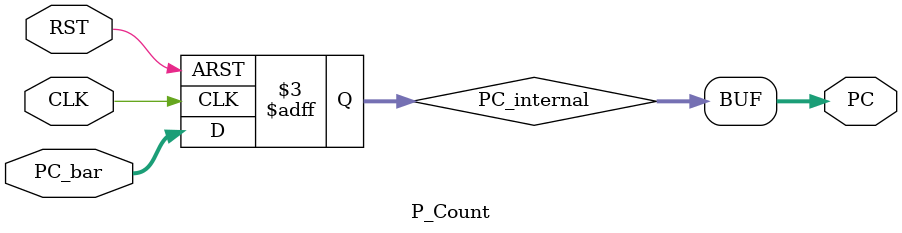
<source format=v>
module P_Count (
    input wire [31:0]   PC_bar,
    input wire CLK,
    input wire RST,
    output wire [31:0]   PC
);
    reg [31:0] PC_internal;
    assign PC = PC_internal;
    
    always @(posedge CLK or negedge RST) begin
        if(~RST) begin
            PC_internal <= 32'b0;
        end
        else begin
            PC_internal <= PC_bar;
        end
    end
endmodule
</source>
